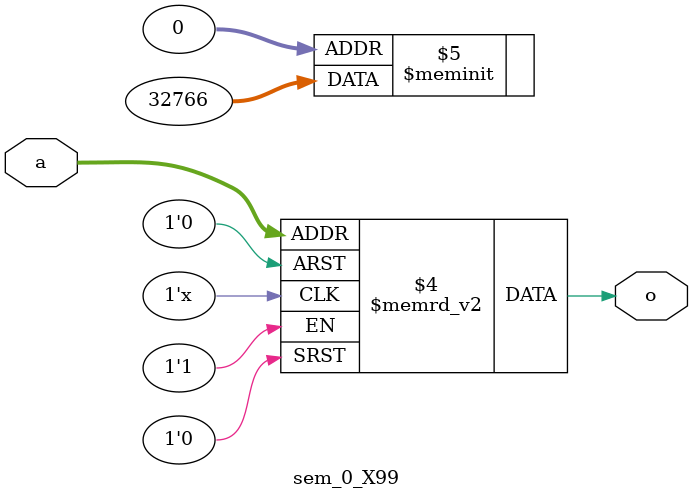
<source format=v>
module sem_0_X99(a,o);
	input[4:0]  a;
	output reg[0:0]  o;
	always @(a)
	begin
		case(a)
			5'b00001: o = 1'b1;
			5'b00010: o = 1'b1;
			5'b00011: o = 1'b1;
			5'b00100: o = 1'b1;
			5'b00101: o = 1'b1;
			5'b00110: o = 1'b1;
			5'b00111: o = 1'b1;
			5'b01000: o = 1'b1;
			5'b01001: o = 1'b1;
			5'b01010: o = 1'b1;
			5'b01011: o = 1'b1;
			5'b01100: o = 1'b1;
			5'b01101: o = 1'b1;
			5'b01110: o = 1'b1;
			5'b01111: o = 1'b0;
			5'b10000: o = 1'b0;
			5'b10001: o = 1'b0;
			5'b10010: o = 1'b0;
			5'b10011: o = 1'b0;
			5'b10100: o = 1'b0;
			5'b10101: o = 1'b0;
//			 default 0
//			 Parallel mux
			default:  o = 1'b0;
		endcase
	end
endmodule

</source>
